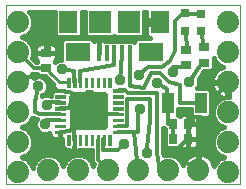
<source format=gtl>
G75*
%MOIN*%
%OFA0B0*%
%FSLAX24Y24*%
%IPPOS*%
%LPD*%
%AMOC8*
5,1,8,0,0,1.08239X$1,22.5*
%
%ADD10C,0.0000*%
%ADD11C,0.0740*%
%ADD12C,0.0252*%
%ADD13C,0.0035*%
%ADD14R,0.0354X0.0276*%
%ADD15R,0.0315X0.0315*%
%ADD16R,0.0394X0.0709*%
%ADD17R,0.0827X0.0630*%
%ADD18R,0.0157X0.0531*%
%ADD19R,0.0748X0.0748*%
%ADD20R,0.0630X0.0748*%
%ADD21R,0.0276X0.0354*%
%ADD22C,0.0160*%
%ADD23C,0.0120*%
%ADD24C,0.0376*%
%ADD25C,0.0100*%
D10*
X000534Y000507D02*
X000534Y006495D01*
X008351Y006503D01*
X008347Y000507D01*
X000534Y000507D01*
D11*
X000940Y000912D03*
X001944Y000995D03*
X002944Y000995D03*
X003944Y000995D03*
X004944Y000995D03*
X005944Y000995D03*
X006944Y000995D03*
X007940Y000912D03*
X007940Y001912D03*
X007940Y002912D03*
X007940Y003912D03*
X007940Y004912D03*
X007940Y005912D03*
X000940Y005912D03*
X000940Y004912D03*
X000940Y003912D03*
X000940Y002912D03*
X000940Y001912D03*
D12*
X002802Y003452D02*
X003810Y003452D01*
X003810Y002444D01*
X002802Y002444D01*
X002802Y003452D01*
X002802Y002695D02*
X003810Y002695D01*
X003810Y002946D02*
X002802Y002946D01*
X002802Y003197D02*
X003810Y003197D01*
X003810Y003448D02*
X002802Y003448D01*
D13*
X002501Y003398D02*
X002181Y003398D01*
X002181Y003482D01*
X002501Y003482D01*
X002501Y003398D01*
X002501Y003432D02*
X002181Y003432D01*
X002181Y003466D02*
X002501Y003466D01*
X002501Y003595D02*
X002181Y003595D01*
X002181Y003679D01*
X002501Y003679D01*
X002501Y003595D01*
X002501Y003629D02*
X002181Y003629D01*
X002181Y003663D02*
X002501Y003663D01*
X002575Y003752D02*
X002575Y004072D01*
X002659Y004072D01*
X002659Y003752D01*
X002575Y003752D01*
X002575Y003786D02*
X002659Y003786D01*
X002659Y003820D02*
X002575Y003820D01*
X002575Y003854D02*
X002659Y003854D01*
X002659Y003888D02*
X002575Y003888D01*
X002575Y003922D02*
X002659Y003922D01*
X002659Y003956D02*
X002575Y003956D01*
X002575Y003990D02*
X002659Y003990D01*
X002659Y004024D02*
X002575Y004024D01*
X002575Y004058D02*
X002659Y004058D01*
X002772Y004072D02*
X002772Y003752D01*
X002772Y004072D02*
X002856Y004072D01*
X002856Y003752D01*
X002772Y003752D01*
X002772Y003786D02*
X002856Y003786D01*
X002856Y003820D02*
X002772Y003820D01*
X002772Y003854D02*
X002856Y003854D01*
X002856Y003888D02*
X002772Y003888D01*
X002772Y003922D02*
X002856Y003922D01*
X002856Y003956D02*
X002772Y003956D01*
X002772Y003990D02*
X002856Y003990D01*
X002856Y004024D02*
X002772Y004024D01*
X002772Y004058D02*
X002856Y004058D01*
X002969Y004072D02*
X002969Y003752D01*
X002969Y004072D02*
X003053Y004072D01*
X003053Y003752D01*
X002969Y003752D01*
X002969Y003786D02*
X003053Y003786D01*
X003053Y003820D02*
X002969Y003820D01*
X002969Y003854D02*
X003053Y003854D01*
X003053Y003888D02*
X002969Y003888D01*
X002969Y003922D02*
X003053Y003922D01*
X003053Y003956D02*
X002969Y003956D01*
X002969Y003990D02*
X003053Y003990D01*
X003053Y004024D02*
X002969Y004024D01*
X002969Y004058D02*
X003053Y004058D01*
X003166Y004072D02*
X003166Y003752D01*
X003166Y004072D02*
X003250Y004072D01*
X003250Y003752D01*
X003166Y003752D01*
X003166Y003786D02*
X003250Y003786D01*
X003250Y003820D02*
X003166Y003820D01*
X003166Y003854D02*
X003250Y003854D01*
X003250Y003888D02*
X003166Y003888D01*
X003166Y003922D02*
X003250Y003922D01*
X003250Y003956D02*
X003166Y003956D01*
X003166Y003990D02*
X003250Y003990D01*
X003250Y004024D02*
X003166Y004024D01*
X003166Y004058D02*
X003250Y004058D01*
X003362Y004072D02*
X003362Y003752D01*
X003362Y004072D02*
X003446Y004072D01*
X003446Y003752D01*
X003362Y003752D01*
X003362Y003786D02*
X003446Y003786D01*
X003446Y003820D02*
X003362Y003820D01*
X003362Y003854D02*
X003446Y003854D01*
X003446Y003888D02*
X003362Y003888D01*
X003362Y003922D02*
X003446Y003922D01*
X003446Y003956D02*
X003362Y003956D01*
X003362Y003990D02*
X003446Y003990D01*
X003446Y004024D02*
X003362Y004024D01*
X003362Y004058D02*
X003446Y004058D01*
X003559Y004072D02*
X003559Y003752D01*
X003559Y004072D02*
X003643Y004072D01*
X003643Y003752D01*
X003559Y003752D01*
X003559Y003786D02*
X003643Y003786D01*
X003643Y003820D02*
X003559Y003820D01*
X003559Y003854D02*
X003643Y003854D01*
X003643Y003888D02*
X003559Y003888D01*
X003559Y003922D02*
X003643Y003922D01*
X003643Y003956D02*
X003559Y003956D01*
X003559Y003990D02*
X003643Y003990D01*
X003643Y004024D02*
X003559Y004024D01*
X003559Y004058D02*
X003643Y004058D01*
X003756Y004072D02*
X003756Y003752D01*
X003756Y004072D02*
X003840Y004072D01*
X003840Y003752D01*
X003756Y003752D01*
X003756Y003786D02*
X003840Y003786D01*
X003840Y003820D02*
X003756Y003820D01*
X003756Y003854D02*
X003840Y003854D01*
X003840Y003888D02*
X003756Y003888D01*
X003756Y003922D02*
X003840Y003922D01*
X003840Y003956D02*
X003756Y003956D01*
X003756Y003990D02*
X003840Y003990D01*
X003840Y004024D02*
X003756Y004024D01*
X003756Y004058D02*
X003840Y004058D01*
X003953Y004072D02*
X003953Y003752D01*
X003953Y004072D02*
X004037Y004072D01*
X004037Y003752D01*
X003953Y003752D01*
X003953Y003786D02*
X004037Y003786D01*
X004037Y003820D02*
X003953Y003820D01*
X003953Y003854D02*
X004037Y003854D01*
X004037Y003888D02*
X003953Y003888D01*
X003953Y003922D02*
X004037Y003922D01*
X004037Y003956D02*
X003953Y003956D01*
X003953Y003990D02*
X004037Y003990D01*
X004037Y004024D02*
X003953Y004024D01*
X003953Y004058D02*
X004037Y004058D01*
X004111Y003679D02*
X004431Y003679D01*
X004431Y003595D01*
X004111Y003595D01*
X004111Y003679D01*
X004111Y003629D02*
X004431Y003629D01*
X004431Y003663D02*
X004111Y003663D01*
X004111Y003482D02*
X004431Y003482D01*
X004431Y003398D01*
X004111Y003398D01*
X004111Y003482D01*
X004111Y003432D02*
X004431Y003432D01*
X004431Y003466D02*
X004111Y003466D01*
X004111Y003285D02*
X004431Y003285D01*
X004431Y003201D01*
X004111Y003201D01*
X004111Y003285D01*
X004111Y003235D02*
X004431Y003235D01*
X004431Y003269D02*
X004111Y003269D01*
X004111Y003088D02*
X004431Y003088D01*
X004431Y003004D01*
X004111Y003004D01*
X004111Y003088D01*
X004111Y003038D02*
X004431Y003038D01*
X004431Y003072D02*
X004111Y003072D01*
X004111Y002891D02*
X004431Y002891D01*
X004431Y002807D01*
X004111Y002807D01*
X004111Y002891D01*
X004111Y002841D02*
X004431Y002841D01*
X004431Y002875D02*
X004111Y002875D01*
X004111Y002694D02*
X004431Y002694D01*
X004431Y002610D01*
X004111Y002610D01*
X004111Y002694D01*
X004111Y002644D02*
X004431Y002644D01*
X004431Y002678D02*
X004111Y002678D01*
X004111Y002498D02*
X004431Y002498D01*
X004431Y002414D01*
X004111Y002414D01*
X004111Y002498D01*
X004111Y002448D02*
X004431Y002448D01*
X004431Y002482D02*
X004111Y002482D01*
X004111Y002301D02*
X004431Y002301D01*
X004431Y002217D01*
X004111Y002217D01*
X004111Y002301D01*
X004111Y002251D02*
X004431Y002251D01*
X004431Y002285D02*
X004111Y002285D01*
X004037Y002143D02*
X004037Y001823D01*
X003953Y001823D01*
X003953Y002143D01*
X004037Y002143D01*
X004037Y001857D02*
X003953Y001857D01*
X003953Y001891D02*
X004037Y001891D01*
X004037Y001925D02*
X003953Y001925D01*
X003953Y001959D02*
X004037Y001959D01*
X004037Y001993D02*
X003953Y001993D01*
X003953Y002027D02*
X004037Y002027D01*
X004037Y002061D02*
X003953Y002061D01*
X003953Y002095D02*
X004037Y002095D01*
X004037Y002129D02*
X003953Y002129D01*
X003840Y002143D02*
X003840Y001823D01*
X003756Y001823D01*
X003756Y002143D01*
X003840Y002143D01*
X003840Y001857D02*
X003756Y001857D01*
X003756Y001891D02*
X003840Y001891D01*
X003840Y001925D02*
X003756Y001925D01*
X003756Y001959D02*
X003840Y001959D01*
X003840Y001993D02*
X003756Y001993D01*
X003756Y002027D02*
X003840Y002027D01*
X003840Y002061D02*
X003756Y002061D01*
X003756Y002095D02*
X003840Y002095D01*
X003840Y002129D02*
X003756Y002129D01*
X003643Y002143D02*
X003643Y001823D01*
X003559Y001823D01*
X003559Y002143D01*
X003643Y002143D01*
X003643Y001857D02*
X003559Y001857D01*
X003559Y001891D02*
X003643Y001891D01*
X003643Y001925D02*
X003559Y001925D01*
X003559Y001959D02*
X003643Y001959D01*
X003643Y001993D02*
X003559Y001993D01*
X003559Y002027D02*
X003643Y002027D01*
X003643Y002061D02*
X003559Y002061D01*
X003559Y002095D02*
X003643Y002095D01*
X003643Y002129D02*
X003559Y002129D01*
X003446Y002143D02*
X003446Y001823D01*
X003362Y001823D01*
X003362Y002143D01*
X003446Y002143D01*
X003446Y001857D02*
X003362Y001857D01*
X003362Y001891D02*
X003446Y001891D01*
X003446Y001925D02*
X003362Y001925D01*
X003362Y001959D02*
X003446Y001959D01*
X003446Y001993D02*
X003362Y001993D01*
X003362Y002027D02*
X003446Y002027D01*
X003446Y002061D02*
X003362Y002061D01*
X003362Y002095D02*
X003446Y002095D01*
X003446Y002129D02*
X003362Y002129D01*
X003250Y002143D02*
X003250Y001823D01*
X003166Y001823D01*
X003166Y002143D01*
X003250Y002143D01*
X003250Y001857D02*
X003166Y001857D01*
X003166Y001891D02*
X003250Y001891D01*
X003250Y001925D02*
X003166Y001925D01*
X003166Y001959D02*
X003250Y001959D01*
X003250Y001993D02*
X003166Y001993D01*
X003166Y002027D02*
X003250Y002027D01*
X003250Y002061D02*
X003166Y002061D01*
X003166Y002095D02*
X003250Y002095D01*
X003250Y002129D02*
X003166Y002129D01*
X003053Y002143D02*
X003053Y001823D01*
X002969Y001823D01*
X002969Y002143D01*
X003053Y002143D01*
X003053Y001857D02*
X002969Y001857D01*
X002969Y001891D02*
X003053Y001891D01*
X003053Y001925D02*
X002969Y001925D01*
X002969Y001959D02*
X003053Y001959D01*
X003053Y001993D02*
X002969Y001993D01*
X002969Y002027D02*
X003053Y002027D01*
X003053Y002061D02*
X002969Y002061D01*
X002969Y002095D02*
X003053Y002095D01*
X003053Y002129D02*
X002969Y002129D01*
X002856Y002143D02*
X002856Y001823D01*
X002772Y001823D01*
X002772Y002143D01*
X002856Y002143D01*
X002856Y001857D02*
X002772Y001857D01*
X002772Y001891D02*
X002856Y001891D01*
X002856Y001925D02*
X002772Y001925D01*
X002772Y001959D02*
X002856Y001959D01*
X002856Y001993D02*
X002772Y001993D01*
X002772Y002027D02*
X002856Y002027D01*
X002856Y002061D02*
X002772Y002061D01*
X002772Y002095D02*
X002856Y002095D01*
X002856Y002129D02*
X002772Y002129D01*
X002659Y002143D02*
X002659Y001823D01*
X002575Y001823D01*
X002575Y002143D01*
X002659Y002143D01*
X002659Y001857D02*
X002575Y001857D01*
X002575Y001891D02*
X002659Y001891D01*
X002659Y001925D02*
X002575Y001925D01*
X002575Y001959D02*
X002659Y001959D01*
X002659Y001993D02*
X002575Y001993D01*
X002575Y002027D02*
X002659Y002027D01*
X002659Y002061D02*
X002575Y002061D01*
X002575Y002095D02*
X002659Y002095D01*
X002659Y002129D02*
X002575Y002129D01*
X002501Y002217D02*
X002181Y002217D01*
X002181Y002301D01*
X002501Y002301D01*
X002501Y002217D01*
X002501Y002251D02*
X002181Y002251D01*
X002181Y002285D02*
X002501Y002285D01*
X002501Y002414D02*
X002181Y002414D01*
X002181Y002498D01*
X002501Y002498D01*
X002501Y002414D01*
X002501Y002448D02*
X002181Y002448D01*
X002181Y002482D02*
X002501Y002482D01*
X002501Y002610D02*
X002181Y002610D01*
X002181Y002694D01*
X002501Y002694D01*
X002501Y002610D01*
X002501Y002644D02*
X002181Y002644D01*
X002181Y002678D02*
X002501Y002678D01*
X002501Y002807D02*
X002181Y002807D01*
X002181Y002891D01*
X002501Y002891D01*
X002501Y002807D01*
X002501Y002841D02*
X002181Y002841D01*
X002181Y002875D02*
X002501Y002875D01*
X002501Y003004D02*
X002181Y003004D01*
X002181Y003088D01*
X002501Y003088D01*
X002501Y003004D01*
X002501Y003038D02*
X002181Y003038D01*
X002181Y003072D02*
X002501Y003072D01*
X002501Y003201D02*
X002181Y003201D01*
X002181Y003285D01*
X002501Y003285D01*
X002501Y003201D01*
X002501Y003235D02*
X002181Y003235D01*
X002181Y003269D02*
X002501Y003269D01*
D14*
X001873Y004389D03*
X001873Y004900D03*
X006550Y004995D03*
X007145Y005082D03*
X007145Y004570D03*
X006550Y004483D03*
D15*
X006491Y005621D03*
X007042Y005613D03*
X007042Y006204D03*
X006491Y006211D03*
D16*
X007034Y003227D03*
X005932Y003227D03*
D17*
X005373Y004924D03*
X002932Y004924D03*
D18*
X003641Y004875D03*
X003897Y004875D03*
X004152Y004875D03*
X004408Y004875D03*
X004664Y004875D03*
D19*
X004625Y005928D03*
X003680Y005928D03*
D20*
X002617Y005928D03*
X005688Y005928D03*
D21*
X006105Y002511D03*
X006617Y002511D03*
X006617Y002034D03*
X006105Y002034D03*
D22*
X005827Y002025D02*
X005774Y002025D01*
X005775Y001867D02*
X005827Y001867D01*
X005827Y001799D02*
X005909Y001717D01*
X006301Y001717D01*
X006333Y001750D01*
X006335Y001747D01*
X006369Y001713D01*
X006410Y001689D01*
X006456Y001677D01*
X006617Y001677D01*
X006779Y001677D01*
X006824Y001689D01*
X006865Y001713D01*
X006899Y001747D01*
X006923Y001788D01*
X006935Y001833D01*
X006935Y002034D01*
X006617Y002034D01*
X006617Y001677D01*
X006617Y002034D01*
X006617Y002034D01*
X006617Y002034D01*
X006935Y002034D01*
X006935Y002235D01*
X006925Y002273D01*
X006935Y002310D01*
X006935Y002511D01*
X006935Y002712D01*
X006929Y002733D01*
X007289Y002733D01*
X007371Y002815D01*
X007371Y003640D01*
X007289Y003722D01*
X006918Y003722D01*
X006923Y003726D01*
X006973Y003847D01*
X006973Y003978D01*
X006955Y004020D01*
X007134Y004292D01*
X007380Y004292D01*
X007462Y004374D01*
X007462Y004734D01*
X007507Y004623D01*
X007651Y004480D01*
X007764Y004433D01*
X007729Y004422D01*
X007652Y004383D01*
X007582Y004332D01*
X007520Y004271D01*
X007469Y004201D01*
X007430Y004123D01*
X007403Y004041D01*
X007390Y003956D01*
X007390Y003932D01*
X007920Y003932D01*
X007920Y003892D01*
X007960Y003892D01*
X007960Y003422D01*
X007920Y003422D01*
X007920Y003892D01*
X007390Y003892D01*
X007390Y003869D01*
X007403Y003783D01*
X007430Y003701D01*
X007469Y003624D01*
X007520Y003554D01*
X007582Y003493D01*
X007652Y003442D01*
X007729Y003403D01*
X007764Y003391D01*
X007651Y003345D01*
X007507Y003201D01*
X007430Y003014D01*
X007430Y002811D01*
X007507Y002623D01*
X007651Y002480D01*
X007814Y002412D01*
X007651Y002345D01*
X007507Y002201D01*
X007430Y002014D01*
X007430Y001811D01*
X007507Y001623D01*
X007651Y001480D01*
X007814Y001412D01*
X007651Y001345D01*
X007507Y001201D01*
X007478Y001130D01*
X007453Y001206D01*
X007414Y001283D01*
X007363Y001353D01*
X007302Y001414D01*
X007232Y001465D01*
X007155Y001505D01*
X007073Y001531D01*
X006987Y001545D01*
X006964Y001545D01*
X006964Y001015D01*
X006924Y001015D01*
X006924Y001545D01*
X006900Y001545D01*
X006815Y001531D01*
X006733Y001505D01*
X006656Y001465D01*
X006585Y001414D01*
X006524Y001353D01*
X006473Y001283D01*
X006434Y001206D01*
X006423Y001171D01*
X006376Y001284D01*
X006233Y001427D01*
X006045Y001505D01*
X005842Y001505D01*
X005792Y001484D01*
X005778Y001578D01*
X005771Y002400D01*
X005797Y002374D01*
X005827Y002343D01*
X005827Y002276D01*
X005830Y002273D01*
X005827Y002269D01*
X005827Y001799D01*
X005776Y001708D02*
X006377Y001708D01*
X006617Y001708D02*
X006617Y001708D01*
X006617Y001867D02*
X006617Y001867D01*
X006617Y002025D02*
X006617Y002025D01*
X006617Y002034D02*
X006617Y002391D01*
X006617Y002511D01*
X006617Y002868D01*
X006456Y002868D01*
X006410Y002856D01*
X006369Y002832D01*
X006335Y002798D01*
X006333Y002795D01*
X006301Y002828D01*
X006269Y002828D01*
X006269Y003031D01*
X006338Y003031D01*
X006697Y003029D01*
X006697Y002868D01*
X006617Y002868D01*
X006617Y002511D01*
X006617Y002511D01*
X006935Y002511D01*
X006617Y002511D01*
X006617Y002511D01*
X006617Y002034D01*
X006617Y002034D01*
X006617Y002184D02*
X006617Y002184D01*
X006617Y002342D02*
X006617Y002342D01*
X006617Y002501D02*
X006617Y002501D01*
X006617Y002511D02*
X006617Y002511D01*
X006617Y002659D02*
X006617Y002659D01*
X006617Y002818D02*
X006617Y002818D01*
X006697Y002976D02*
X006269Y002976D01*
X006311Y002818D02*
X006355Y002818D01*
X006935Y002659D02*
X007493Y002659D01*
X007430Y002818D02*
X007371Y002818D01*
X007371Y002976D02*
X007430Y002976D01*
X007480Y003135D02*
X007371Y003135D01*
X007371Y003293D02*
X007600Y003293D01*
X007638Y003452D02*
X007371Y003452D01*
X007371Y003610D02*
X007479Y003610D01*
X007408Y003769D02*
X006940Y003769D01*
X006973Y003927D02*
X007920Y003927D01*
X007920Y003769D02*
X007960Y003769D01*
X007960Y003610D02*
X007920Y003610D01*
X007920Y003452D02*
X007960Y003452D01*
X007418Y004086D02*
X006998Y004086D01*
X007103Y004244D02*
X007501Y004244D01*
X007462Y004403D02*
X007691Y004403D01*
X007569Y004561D02*
X007462Y004561D01*
X007462Y004720D02*
X007468Y004720D01*
X005610Y005851D02*
X005193Y005851D01*
X005193Y005530D01*
X005205Y005485D01*
X005229Y005443D01*
X005262Y005410D01*
X005303Y005386D01*
X005330Y005379D01*
X004902Y005379D01*
X004820Y005297D01*
X004820Y005262D01*
X004801Y005281D01*
X003834Y005281D01*
X003830Y005285D01*
X003789Y005308D01*
X003743Y005321D01*
X003641Y005321D01*
X003641Y004875D01*
X003641Y004875D01*
X003641Y005321D01*
X003538Y005321D01*
X003492Y005308D01*
X003481Y005302D01*
X003403Y005379D01*
X002461Y005379D01*
X002379Y005297D01*
X002379Y004670D01*
X002335Y004670D01*
X002215Y004620D01*
X002185Y004590D01*
X002158Y004617D01*
X002161Y004619D01*
X002194Y004652D01*
X002218Y004693D01*
X002230Y004739D01*
X002230Y004900D01*
X001873Y004900D01*
X001873Y004900D01*
X001516Y004900D01*
X001516Y004739D01*
X001528Y004693D01*
X001552Y004652D01*
X001585Y004619D01*
X001588Y004617D01*
X001560Y004589D01*
X001546Y004589D01*
X001413Y004722D01*
X001450Y004811D01*
X001450Y005014D01*
X001372Y005201D01*
X001229Y005345D01*
X001065Y005412D01*
X001229Y005480D01*
X001372Y005623D01*
X001450Y005811D01*
X001450Y006014D01*
X001372Y006201D01*
X001308Y006266D01*
X002162Y006267D01*
X002162Y005496D01*
X002244Y005414D01*
X002990Y005414D01*
X003072Y005496D01*
X003072Y006268D01*
X003166Y006268D01*
X003166Y005496D01*
X003248Y005414D01*
X004112Y005414D01*
X004152Y005454D01*
X004193Y005414D01*
X005057Y005414D01*
X005139Y005496D01*
X005139Y006270D01*
X005193Y006270D01*
X005193Y006006D01*
X005610Y006006D01*
X005610Y005851D01*
X005610Y005988D02*
X005139Y005988D01*
X005139Y005829D02*
X005193Y005829D01*
X005193Y005671D02*
X005139Y005671D01*
X005139Y005512D02*
X005198Y005512D01*
X004876Y005354D02*
X003428Y005354D01*
X003641Y005195D02*
X003641Y005195D01*
X003641Y005037D02*
X003641Y005037D01*
X003641Y004878D02*
X003641Y004878D01*
X003166Y005512D02*
X003072Y005512D01*
X003072Y005671D02*
X003166Y005671D01*
X003166Y005829D02*
X003072Y005829D01*
X003072Y005988D02*
X003166Y005988D01*
X003166Y006146D02*
X003072Y006146D01*
X002162Y006146D02*
X001395Y006146D01*
X001450Y005988D02*
X002162Y005988D01*
X002162Y005829D02*
X001450Y005829D01*
X001392Y005671D02*
X002162Y005671D01*
X002162Y005512D02*
X001261Y005512D01*
X001206Y005354D02*
X002435Y005354D01*
X002379Y005195D02*
X002138Y005195D01*
X002120Y005206D02*
X002074Y005218D01*
X001873Y005218D01*
X001873Y004900D01*
X001873Y004900D01*
X002230Y004900D01*
X002230Y005062D01*
X002218Y005108D01*
X002194Y005149D01*
X002161Y005182D01*
X002120Y005206D01*
X001873Y005195D02*
X001873Y005195D01*
X001873Y005218D02*
X001672Y005218D01*
X001626Y005206D01*
X001585Y005182D01*
X001552Y005149D01*
X001528Y005108D01*
X001516Y005062D01*
X001516Y004900D01*
X001873Y004900D01*
X001873Y004900D01*
X001873Y005218D01*
X001873Y005037D02*
X001873Y005037D01*
X001608Y005195D02*
X001375Y005195D01*
X001440Y005037D02*
X001516Y005037D01*
X001516Y004878D02*
X001450Y004878D01*
X001415Y004720D02*
X001521Y004720D01*
X002225Y004720D02*
X002379Y004720D01*
X002379Y004878D02*
X002230Y004878D01*
X002230Y005037D02*
X002379Y005037D01*
X001560Y004189D02*
X001416Y004189D01*
X001450Y004123D01*
X001466Y004073D01*
X001556Y004110D01*
X001686Y004110D01*
X001807Y004061D01*
X001899Y003968D01*
X001949Y003848D01*
X001949Y003717D01*
X001899Y003597D01*
X001807Y003504D01*
X001748Y003480D01*
X001741Y003449D01*
X001835Y003488D01*
X001966Y003488D01*
X002024Y003464D01*
X002024Y003473D01*
X002024Y003474D01*
X001998Y003519D01*
X001984Y003569D01*
X001984Y003637D01*
X002114Y003637D01*
X001984Y003637D01*
X001984Y003704D01*
X001998Y003754D01*
X002024Y003799D01*
X002061Y003836D01*
X002103Y003861D01*
X001948Y004014D01*
X001948Y004014D01*
X001924Y004037D01*
X001913Y004038D01*
X001871Y004090D01*
X001850Y004111D01*
X001638Y004111D01*
X001560Y004189D01*
X001496Y004086D02*
X001462Y004086D01*
X001745Y004086D02*
X001874Y004086D01*
X001916Y003927D02*
X002036Y003927D01*
X002006Y003769D02*
X001949Y003769D01*
X001984Y003610D02*
X001905Y003610D01*
X002114Y003637D02*
X002114Y003637D01*
X001747Y003452D02*
X001742Y003452D01*
X001462Y002724D02*
X001562Y002684D01*
X001517Y002576D01*
X001517Y002445D01*
X001567Y002325D01*
X001659Y002233D01*
X001780Y002183D01*
X001911Y002183D01*
X001984Y002213D01*
X001984Y002191D01*
X001998Y002141D01*
X002024Y002096D01*
X002061Y002059D01*
X002106Y002033D01*
X002156Y002020D01*
X002341Y002020D01*
X002341Y002257D01*
X002341Y002257D01*
X002341Y002020D01*
X002418Y002020D01*
X002418Y001758D01*
X002510Y001666D01*
X002651Y001666D01*
X002651Y001665D01*
X002696Y001639D01*
X002746Y001626D01*
X002814Y001626D01*
X002881Y001626D01*
X002932Y001639D01*
X002977Y001665D01*
X002977Y001666D01*
X003401Y001666D01*
X003401Y001255D01*
X003471Y001185D01*
X003444Y001121D01*
X003376Y001284D01*
X003233Y001427D01*
X003045Y001505D01*
X002842Y001505D01*
X002655Y001427D01*
X002511Y001284D01*
X002444Y001121D01*
X002376Y001284D01*
X002233Y001427D01*
X002045Y001505D01*
X001842Y001505D01*
X001655Y001427D01*
X001511Y001284D01*
X001434Y001096D01*
X001434Y001053D01*
X001372Y001201D01*
X001229Y001345D01*
X001065Y001412D01*
X001229Y001480D01*
X001372Y001623D01*
X001450Y001811D01*
X001450Y002014D01*
X001372Y002201D01*
X001229Y002345D01*
X001065Y002412D01*
X001229Y002480D01*
X001372Y002623D01*
X001415Y002727D01*
X001418Y002723D01*
X001462Y002724D01*
X001387Y002659D02*
X001552Y002659D01*
X001517Y002501D02*
X001250Y002501D01*
X001231Y002342D02*
X001560Y002342D01*
X001379Y002184D02*
X001777Y002184D01*
X001914Y002184D02*
X001986Y002184D01*
X002135Y002025D02*
X001445Y002025D01*
X001450Y001867D02*
X002418Y001867D01*
X002341Y002025D02*
X002341Y002025D01*
X002341Y002184D02*
X002341Y002184D01*
X002814Y001756D02*
X002814Y001756D01*
X002814Y001626D01*
X002814Y001756D01*
X002814Y001756D01*
X002814Y001708D02*
X002814Y001708D01*
X002468Y001708D02*
X001407Y001708D01*
X001299Y001550D02*
X003401Y001550D01*
X003401Y001391D02*
X003269Y001391D01*
X003397Y001233D02*
X003423Y001233D01*
X002619Y001391D02*
X002269Y001391D01*
X002397Y001233D02*
X002490Y001233D01*
X001619Y001391D02*
X001116Y001391D01*
X001340Y001233D02*
X001490Y001233D01*
X001434Y001074D02*
X001425Y001074D01*
X003226Y003028D02*
X003226Y003595D01*
X003386Y003595D01*
X003386Y003028D01*
X003226Y003028D01*
X003226Y003135D02*
X003386Y003135D01*
X003386Y003293D02*
X003226Y003293D01*
X003226Y003452D02*
X003386Y003452D01*
X005771Y002342D02*
X005827Y002342D01*
X005827Y002184D02*
X005773Y002184D01*
X005782Y001550D02*
X007581Y001550D01*
X007472Y001708D02*
X006857Y001708D01*
X006935Y001867D02*
X007430Y001867D01*
X007435Y002025D02*
X006935Y002025D01*
X006935Y002184D02*
X007500Y002184D01*
X007649Y002342D02*
X006935Y002342D01*
X006935Y002501D02*
X007630Y002501D01*
X007764Y001391D02*
X007325Y001391D01*
X007440Y001233D02*
X007539Y001233D01*
X006964Y001233D02*
X006924Y001233D01*
X006924Y001391D02*
X006964Y001391D01*
X006964Y001074D02*
X006924Y001074D01*
X006562Y001391D02*
X006269Y001391D01*
X006397Y001233D02*
X006448Y001233D01*
X005193Y006146D02*
X005139Y006146D01*
D23*
X006156Y005971D02*
X006357Y006172D01*
X006452Y006172D01*
X006491Y006211D01*
X006499Y006204D01*
X007042Y006204D01*
X007042Y005613D02*
X007145Y005082D01*
X006574Y005184D02*
X006550Y004995D01*
X006574Y005184D02*
X006491Y005621D01*
X006156Y005971D02*
X006156Y004967D01*
X005991Y004613D01*
X005751Y004416D01*
X005255Y004420D01*
X004975Y004149D01*
X005369Y004215D02*
X005137Y003735D01*
X004656Y003782D01*
X004664Y004875D01*
X004408Y004875D02*
X004377Y004406D01*
X004341Y004003D01*
X004290Y003641D02*
X004271Y003637D01*
X004290Y003641D02*
X004511Y003641D01*
X004530Y003637D01*
X004597Y003550D01*
X005562Y003542D01*
X005578Y001562D01*
X005668Y000956D01*
X005944Y000995D01*
X006086Y001511D02*
X006617Y002034D01*
X006617Y002511D01*
X006755Y002511D01*
X006759Y002743D01*
X007404Y002739D01*
X007400Y003436D01*
X007940Y003782D01*
X007940Y003912D01*
X007034Y003227D02*
X006337Y003231D01*
X006334Y003822D01*
X005960Y003916D01*
X005873Y004019D01*
X005680Y004215D01*
X005369Y004215D01*
X005566Y003881D02*
X005908Y003688D01*
X005932Y003227D01*
X005940Y002515D01*
X006105Y002511D01*
X006105Y002034D01*
X006086Y001511D02*
X006944Y000995D01*
X005243Y001554D02*
X005235Y001771D01*
X005337Y002633D01*
X005337Y003345D01*
X004578Y003349D01*
X004582Y002463D01*
X004271Y002456D01*
X004271Y002259D02*
X004798Y002259D01*
X004944Y000995D01*
X004274Y001664D02*
X004483Y001873D01*
X004274Y001664D02*
X003786Y001664D01*
X003786Y002023D01*
X003798Y001983D01*
X003601Y001983D02*
X003601Y001337D01*
X003944Y000995D01*
X002814Y001983D02*
X002814Y002365D01*
X002749Y002430D01*
X003306Y002948D01*
X003306Y003086D01*
X002649Y003059D01*
X002688Y003087D01*
X002747Y003542D01*
X002652Y003605D01*
X002341Y003637D01*
X002282Y003637D01*
X001794Y004105D01*
X001121Y004105D01*
X000940Y003912D01*
X001593Y003708D02*
X001621Y003782D01*
X001593Y003708D02*
X001495Y003263D01*
X001499Y002924D01*
X001688Y002849D01*
X002341Y002849D01*
X002341Y002652D02*
X001861Y002652D01*
X001837Y002629D01*
X001837Y002542D01*
X001845Y002511D01*
X002341Y002259D02*
X002664Y002290D01*
X002749Y002430D01*
X003306Y002889D02*
X003306Y002948D01*
X003306Y002889D02*
X004271Y002849D01*
X004944Y003026D02*
X004995Y003034D01*
X004944Y003026D02*
X004944Y002259D01*
X004798Y002259D01*
X002649Y003059D02*
X002341Y003046D01*
X002341Y003243D02*
X001999Y003243D01*
X001900Y003160D01*
X002814Y003912D02*
X002814Y004274D01*
X002400Y004341D01*
X001873Y004389D02*
X001463Y004389D01*
X000940Y004912D01*
X001873Y004900D02*
X001960Y004908D01*
X001960Y005412D01*
X003011Y004298D02*
X003015Y003952D01*
X003011Y003912D01*
X003011Y004298D02*
X004149Y004483D01*
X004152Y004875D01*
X006093Y004412D02*
X006086Y004196D01*
X006097Y004263D01*
X006093Y004412D02*
X006483Y004412D01*
X006550Y004483D01*
X007078Y004570D02*
X007145Y004570D01*
X007078Y004570D02*
X006645Y003912D01*
D24*
X006645Y003912D03*
X007137Y003963D03*
X006097Y004263D03*
X005566Y003881D03*
X004975Y004149D03*
X004341Y004003D03*
X004995Y003034D03*
X004483Y001873D03*
X005243Y001554D03*
X001900Y003160D03*
X001845Y002511D03*
X001621Y003782D03*
X002400Y004341D03*
X001960Y005412D03*
D25*
X001873Y004389D02*
X002011Y004219D01*
X002026Y004204D01*
X002326Y003908D01*
X002617Y003912D01*
M02*

</source>
